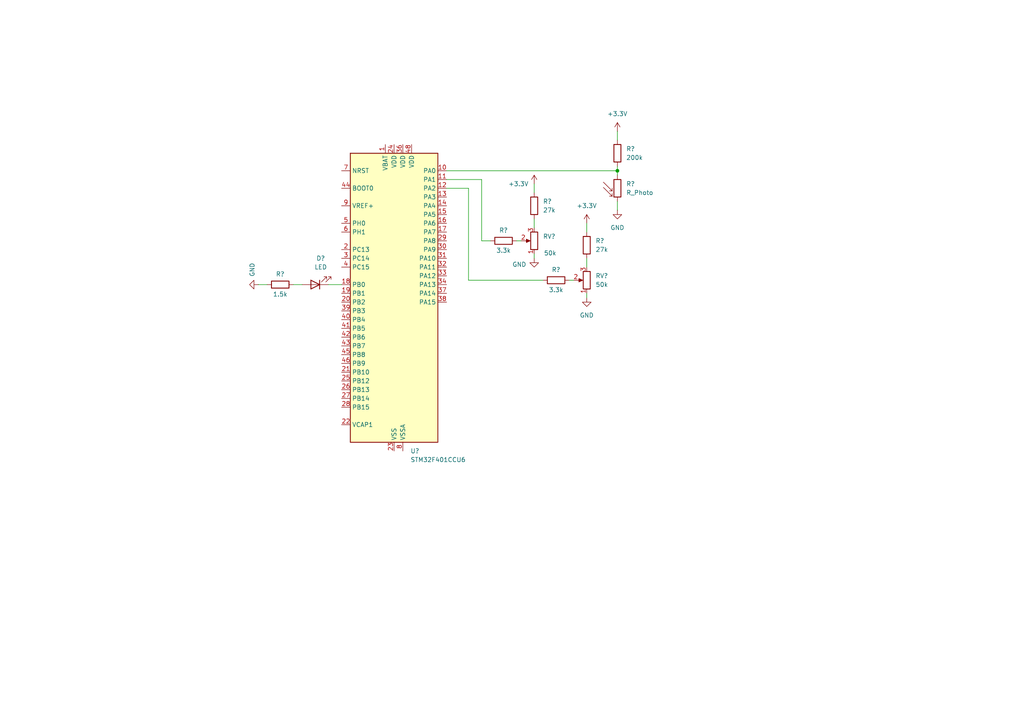
<source format=kicad_sch>
(kicad_sch (version 20231120) (generator "eeschema") (generator_version "8.0")
  (paper "A4")
  (lib_symbols
    (symbol "Device:LED" (pin_numbers hide) (pin_names (offset 1.016) hide)
      (property "Reference" "D" (at 0 2.54 0))
      (property "Value" "LED" (at 0 -2.54 0))
      (symbol "LED_0_1"
        (polyline (pts (xy -1.27 -1.27) (xy -1.27 1.27)) (stroke (width 0.254)))
        (polyline (pts (xy -1.27 0) (xy 1.27 0)))
        (polyline (pts (xy 1.27 -1.27) (xy 1.27 1.27) (xy -1.27 0) (xy 1.27 -1.27)) (stroke (width 0.254)))
        (polyline (pts (xy -3.048 -0.762) (xy -4.572 -2.286) (xy -3.81 -2.286) (xy -4.572 -2.286) (xy -4.572 -1.524)))
        (polyline (pts (xy -1.778 -0.762) (xy -3.302 -2.286) (xy -2.54 -2.286) (xy -3.302 -2.286) (xy -3.302 -1.524)))
      )
      (symbol "LED_1_1"
        (pin passive line (at -3.81 0 0) (length 2.54) (name "K") (number "1"))
        (pin passive line (at 3.81 0 180) (length 2.54) (name "A") (number "2"))
      )
    )
    (symbol "Device:R" (pin_numbers hide) (pin_names (offset 0))
      (property "Reference" "R" (at 2.032 0 90))
      (property "Value" "R" (at 0 0 90))
      (symbol "R_0_1"
        (rectangle (start -1.016 -2.54) (end 1.016 2.54) (stroke (width 0.254)))
      )
      (symbol "R_1_1"
        (pin passive line (at 0 3.81 270) (length 1.27) (name "~") (number "1"))
        (pin passive line (at 0 -3.81 90) (length 1.27) (name "~") (number "2"))
      )
    )
    (symbol "Device:R_Photo" (pin_numbers hide) (pin_names (offset 0))
      (property "Reference" "R" (at 1.27 1.27 0))
      (property "Value" "R_Photo" (at 1.27 0 0))
      (symbol "R_Photo_0_1"
        (rectangle (start -1.016 2.54) (end 1.016 -2.54) (stroke (width 0.254)))
        (polyline (pts (xy -1.524 -2.286) (xy -4.064 0.254)))
        (polyline (pts (xy -1.524 -2.286) (xy -2.286 -2.286)))
        (polyline (pts (xy -1.524 -2.286) (xy -1.524 -1.524)))
        (polyline (pts (xy -1.524 -0.762) (xy -4.064 1.778)))
        (polyline (pts (xy -1.524 -0.762) (xy -2.286 -0.762)))
        (polyline (pts (xy -1.524 -0.762) (xy -1.524 0)))
      )
      (symbol "R_Photo_1_1"
        (pin passive line (at 0 3.81 270) (length 1.27) (name "~") (number "1"))
        (pin passive line (at 0 -3.81 90) (length 1.27) (name "~") (number "2"))
      )
    )
    (symbol "Device:R_Potentiometer" (pin_names (offset 1.016) hide)
      (property "Reference" "RV" (at -4.445 0 90))
      (property "Value" "R_Potentiometer" (at -2.54 0 90))
      (symbol "R_Potentiometer_0_1"
        (polyline (pts (xy 2.54 0) (xy 1.524 0)))
        (polyline (pts (xy 1.143 0) (xy 2.286 0.508) (xy 2.286 -0.508) (xy 1.143 0)) (fill (type outline)))
        (rectangle (start 1.016 2.54) (end -1.016 -2.54) (stroke (width 0.254)))
      )
      (symbol "R_Potentiometer_1_1"
        (pin passive line (at 0 3.81 270) (length 1.27) (name "1") (number "1"))
        (pin passive line (at 3.81 0 180) (length 1.27) (name "2") (number "2"))
        (pin passive line (at 0 -3.81 90) (length 1.27) (name "3") (number "3"))
      )
    )
    (symbol "MCU_ST_STM32F4:STM32F401CCUx"
      (property "Reference" "U" (at -12.7 44.45 0))
      (property "Value" "STM32F401CCUx" (at 7.62 44.45 0))
      (symbol "STM32F401CCUx_0_1"
        (rectangle (start -12.7 -40.64) (end 12.7 43.18) (stroke (width 0.254)) (fill (type background)))
      )
      (symbol "STM32F401CCUx_1_1"
        (pin power_in line (at -2.54 45.72 270) (length 2.54) (name "VBAT") (number "1"))
        (pin bidirectional line (at 15.24 38.1 180) (length 2.54) (name "PA0") (number "10"))
        (pin bidirectional line (at 15.24 35.56 180) (length 2.54) (name "PA1") (number "11"))
        (pin bidirectional line (at 15.24 33.02 180) (length 2.54) (name "PA2") (number "12"))
        (pin bidirectional line (at 15.24 30.48 180) (length 2.54) (name "PA3") (number "13"))
        (pin bidirectional line (at 15.24 27.94 180) (length 2.54) (name "PA4") (number "14"))
        (pin bidirectional line (at 15.24 25.4 180) (length 2.54) (name "PA5") (number "15"))
        (pin bidirectional line (at 15.24 22.86 180) (length 2.54) (name "PA6") (number "16"))
        (pin bidirectional line (at 15.24 20.32 180) (length 2.54) (name "PA7") (number "17"))
        (pin bidirectional line (at -15.24 5.08 0) (length 2.54) (name "PB0") (number "18"))
        (pin bidirectional line (at -15.24 2.54 0) (length 2.54) (name "PB1") (number "19"))
        (pin bidirectional line (at -15.24 15.24 0) (length 2.54) (name "PC13") (number "2"))
        (pin bidirectional line (at -15.24 0 0) (length 2.54) (name "PB2") (number "20"))
        (pin bidirectional line (at -15.24 -20.32 0) (length 2.54) (name "PB10") (number "21"))
        (pin power_out line (at -15.24 -35.56 0) (length 2.54) (name "VCAP1") (number "22"))
        (pin power_in line (at 0 -43.18 90) (length 2.54) (name "VSS") (number "23"))
        (pin power_in line (at 0 45.72 270) (length 2.54) (name "VDD") (number "24"))
        (pin bidirectional line (at -15.24 -22.86 0) (length 2.54) (name "PB12") (number "25"))
        (pin bidirectional line (at -15.24 -25.4 0) (length 2.54) (name "PB13") (number "26"))
        (pin bidirectional line (at -15.24 -27.94 0) (length 2.54) (name "PB14") (number "27"))
        (pin bidirectional line (at -15.24 -30.48 0) (length 2.54) (name "PB15") (number "28"))
        (pin bidirectional line (at 15.24 17.78 180) (length 2.54) (name "PA8") (number "29"))
        (pin bidirectional line (at -15.24 12.7 0) (length 2.54) (name "PC14") (number "3"))
        (pin bidirectional line (at 15.24 15.24 180) (length 2.54) (name "PA9") (number "30"))
        (pin bidirectional line (at 15.24 12.7 180) (length 2.54) (name "PA10") (number "31"))
        (pin bidirectional line (at 15.24 10.16 180) (length 2.54) (name "PA11") (number "32"))
        (pin bidirectional line (at 15.24 7.62 180) (length 2.54) (name "PA12") (number "33"))
        (pin bidirectional line (at 15.24 5.08 180) (length 2.54) (name "PA13") (number "34"))
        (pin passive line (at 0 -43.18 90) (length 2.54) hide (name "VSS") (number "35"))
        (pin power_in line (at 2.54 45.72 270) (length 2.54) (name "VDD") (number "36"))
        (pin bidirectional line (at 15.24 2.54 180) (length 2.54) (name "PA14") (number "37"))
        (pin bidirectional line (at 15.24 0 180) (length 2.54) (name "PA15") (number "38"))
        (pin bidirectional line (at -15.24 -2.54 0) (length 2.54) (name "PB3") (number "39"))
        (pin bidirectional line (at -15.24 10.16 0) (length 2.54) (name "PC15") (number "4"))
        (pin bidirectional line (at -15.24 -5.08 0) (length 2.54) (name "PB4") (number "40"))
        (pin bidirectional line (at -15.24 -7.62 0) (length 2.54) (name "PB5") (number "41"))
        (pin bidirectional line (at -15.24 -10.16 0) (length 2.54) (name "PB6") (number "42"))
        (pin bidirectional line (at -15.24 -12.7 0) (length 2.54) (name "PB7") (number "43"))
        (pin input line (at -15.24 33.02 0) (length 2.54) (name "BOOT0") (number "44"))
        (pin bidirectional line (at -15.24 -15.24 0) (length 2.54) (name "PB8") (number "45"))
        (pin bidirectional line (at -15.24 -17.78 0) (length 2.54) (name "PB9") (number "46"))
        (pin passive line (at 0 -43.18 90) (length 2.54) hide (name "VSS") (number "47"))
        (pin power_in line (at 5.08 45.72 270) (length 2.54) (name "VDD") (number "48"))
        (pin passive line (at 0 -43.18 90) (length 2.54) hide (name "VSS") (number "49"))
        (pin bidirectional line (at -15.24 22.86 0) (length 2.54) (name "PH0") (number "5"))
        (pin bidirectional line (at -15.24 20.32 0) (length 2.54) (name "PH1") (number "6"))
        (pin input line (at -15.24 38.1 0) (length 2.54) (name "NRST") (number "7"))
        (pin power_in line (at 2.54 -43.18 90) (length 2.54) (name "VSSA") (number "8"))
        (pin input line (at -15.24 27.94 0) (length 2.54) (name "VREF+") (number "9"))
      )
    )
    (symbol "power:+3.3V" (power) (pin_numbers hide) (pin_names (offset 0) hide)
      (property "Value" "+3.3V" (at 0 3.556 0))
      (symbol "+3.3V_0_1"
        (polyline (pts (xy -0.762 1.27) (xy 0 2.54)))
        (polyline (pts (xy 0 0) (xy 0 2.54)))
        (polyline (pts (xy 0 2.54) (xy 0.762 1.27)))
      )
      (symbol "+3.3V_1_1"
        (pin power_in line (at 0 0 90) (length 0) (name "~") (number "1"))
      )
    )
    (symbol "power:GND" (power) (pin_numbers hide) (pin_names (offset 0) hide)
      (property "Value" "GND" (at 0 -3.81 0))
      (symbol "GND_0_1"
        (polyline (pts (xy 0 0) (xy 0 -1.27) (xy 1.27 -1.27) (xy 0 -2.54) (xy -1.27 -1.27) (xy 0 -1.27)))
      )
      (symbol "GND_1_1"
        (pin power_in line (at 0 0 270) (length 0) (name "~") (number "1"))
      )
    )
  )
  (junction (at 179.07 49.53))
  (wire (pts (xy 170.18 85.09) (xy 170.18 86.36)))
  (wire (pts (xy 135.89 54.61) (xy 135.89 81.28)))
  (wire (pts (xy 154.94 63.5) (xy 154.94 66.04)))
  (wire (pts (xy 129.54 49.53) (xy 179.07 49.53)))
  (wire (pts (xy 85.09 82.55) (xy 87.63 82.55)))
  (wire (pts (xy 154.94 53.34) (xy 154.94 55.88)))
  (wire (pts (xy 95.25 82.55) (xy 99.06 82.55)))
  (wire (pts (xy 74.93 82.55) (xy 77.47 82.55)))
  (wire (pts (xy 139.7 69.85) (xy 142.24 69.85)))
  (wire (pts (xy 170.18 64.77) (xy 170.18 67.31)))
  (wire (pts (xy 129.54 52.07) (xy 139.7 52.07)))
  (wire (pts (xy 129.54 54.61) (xy 135.89 54.61)))
  (wire (pts (xy 179.07 49.53) (xy 179.07 50.8)))
  (wire (pts (xy 179.07 48.26) (xy 179.07 49.53)))
  (wire (pts (xy 170.18 74.93) (xy 170.18 77.47)))
  (wire (pts (xy 165.1 81.28) (xy 166.37 81.28)))
  (wire (pts (xy 179.07 38.1) (xy 179.07 40.64)))
  (wire (pts (xy 139.7 52.07) (xy 139.7 69.85)))
  (wire (pts (xy 149.86 69.85) (xy 151.13 69.85)))
  (wire (pts (xy 135.89 81.28) (xy 157.48 81.28)))
  (wire (pts (xy 179.07 58.42) (xy 179.07 60.96)))
  (wire (pts (xy 154.94 73.66) (xy 154.94 74.93)))
  (symbol (lib_id "power:GND") (at 154.94 74.93 0) (unit 1)
    (property "Reference" "#PWR03" (effects (hide yes)))
    (property "Value" "GND" (at 150.622 76.708 0))
    (property "Description" "Power symbol creates a global label with name \"GND\" , ground" (effects (hide yes)))
  )
  (symbol (lib_id "Device:R_Potentiometer") (at 170.18 81.28 180) (unit 1)
    (property "Reference" "RV?" (at 172.72 80.0099 0) (effects (justify right)))
    (property "Value" "50k" (at 172.72 82.5499 0) (effects (justify right)))
    (property "Description" "Potentiometer" (effects (hide yes)))
  )
  (symbol (lib_id "power:GND") (at 74.93 82.55 270) (unit 1)
    (property "Reference" "#PWR07" (effects (hide yes)))
    (property "Value" "GND" (at 73.152 78.232 0))
    (property "Description" "Power symbol creates a global label with name \"GND\" , ground" (effects (hide yes)))
  )
  (symbol (lib_id "Device:R_Photo") (at 179.07 54.61 0) (unit 1)
    (property "Reference" "R?" (at 181.61 53.3399 0) (effects (justify left)))
    (property "Value" "R_Photo" (at 181.61 55.8799 0) (effects (justify left)))
    (property "Description" "Photoresistor" (effects (hide yes)))
  )
  (symbol (lib_id "Device:R_Potentiometer") (at 154.94 69.85 180) (unit 1)
    (property "Reference" "RV?" (at 157.48 68.5799 0) (effects (justify right)))
    (property "Value" "50k" (at 157.734 73.406 0) (effects (justify right)))
    (property "Description" "Potentiometer" (effects (hide yes)))
  )
  (symbol (lib_id "Device:LED") (at 91.44 82.55 180) (unit 1)
    (property "Reference" "D?" (at 93.0275 74.93 0))
    (property "Value" "LED" (at 93.0275 77.47 0))
    (property "Description" "Light emitting diode" (effects (hide yes)))
  )
  (symbol (lib_id "Device:R") (at 81.28 82.55 90) (unit 1)
    (property "Reference" "R?" (at 81.28 79.502 90))
    (property "Value" "1.5k" (at 81.28 85.344 90))
    (property "Description" "Resistor" (effects (hide yes)))
  )
  (symbol (lib_id "Device:R") (at 154.94 59.69 0) (unit 1)
    (property "Reference" "R?" (at 157.48 58.4199 0) (effects (justify left)))
    (property "Value" "27k" (at 157.48 60.9599 0) (effects (justify left)))
    (property "Description" "Resistor" (effects (hide yes)))
  )
  (symbol (lib_id "power:GND") (at 179.07 60.96 0) (unit 1)
    (property "Reference" "#PWR01" (effects (hide yes)))
    (property "Value" "GND" (at 179.07 66.04 0))
    (property "Description" "Power symbol creates a global label with name \"GND\" , ground" (effects (hide yes)))
  )
  (symbol (lib_id "MCU_ST_STM32F4:STM32F401CCUx") (at 114.3 87.63 0) (unit 1)
    (property "Reference" "U?" (at 119.0341 130.81 0) (effects (justify left)))
    (property "Value" "STM32F401CCU6" (at 119.0341 133.35 0) (effects (justify left)))
    (property "Footprint" "Package_DFN_QFN:QFN-48-1EP_7x7mm_P0.5mm_EP5.6x5.6mm" (effects (hide yes)))
    (property "Datasheet" "https://www.st.com/resource/en/datasheet/stm32f401cc.pdf" (effects (hide yes)))
    (property "Description" "STMicroelectronics Arm Cortex-M4 MCU, 256KB flash, 64KB RAM, 84 MHz, 1.7-3.6V, 36 GPIO, UFQFPN48" (effects (hide yes)))
  )
  (symbol (lib_id "power:+3.3V") (at 154.94 53.34 0) (unit 1)
    (property "Reference" "#PWR04" (effects (hide yes)))
    (property "Value" "+3.3V" (at 150.368 53.34 0))
    (property "Description" "Power symbol creates a global label with name \"+3.3V\"" (effects (hide yes)))
  )
  (symbol (lib_id "power:+3.3V") (at 179.07 38.1 0) (unit 1)
    (property "Reference" "#PWR02" (effects (hide yes)))
    (property "Value" "+3.3V" (at 179.07 33.02 0))
    (property "Description" "Power symbol creates a global label with name \"+3.3V\"" (effects (hide yes)))
  )
  (symbol (lib_id "Device:R") (at 170.18 71.12 0) (unit 1)
    (property "Reference" "R?" (at 172.72 69.8499 0) (effects (justify left)))
    (property "Value" "27k" (at 172.72 72.3899 0) (effects (justify left)))
    (property "Description" "Resistor" (effects (hide yes)))
  )
  (symbol (lib_id "Device:R") (at 146.05 69.85 90) (unit 1)
    (property "Reference" "R?" (at 146.05 66.802 90))
    (property "Value" "3.3k" (at 146.05 72.644 90))
    (property "Description" "Resistor" (effects (hide yes)))
  )
  (symbol (lib_id "power:GND") (at 170.18 86.36 0) (unit 1)
    (property "Reference" "#PWR06" (effects (hide yes)))
    (property "Value" "GND" (at 170.18 91.44 0))
    (property "Description" "Power symbol creates a global label with name \"GND\" , ground" (effects (hide yes)))
  )
  (symbol (lib_id "Device:R") (at 161.29 81.28 90) (unit 1)
    (property "Reference" "R?" (at 161.29 78.232 90))
    (property "Value" "3.3k" (at 161.29 84.074 90))
    (property "Description" "Resistor" (effects (hide yes)))
  )
  (symbol (lib_id "power:+3.3V") (at 170.18 64.77 0) (unit 1)
    (property "Reference" "#PWR05" (effects (hide yes)))
    (property "Value" "+3.3V" (at 170.18 59.69 0))
    (property "Description" "Power symbol creates a global label with name \"+3.3V\"" (effects (hide yes)))
  )
  (symbol (lib_id "Device:R") (at 179.07 44.45 0) (unit 1)
    (property "Reference" "R?" (at 181.61 43.1799 0) (effects (justify left)))
    (property "Value" "200k" (at 181.61 45.7199 0) (effects (justify left)))
    (property "Description" "Resistor" (effects (hide yes)))
  )
)
</source>
